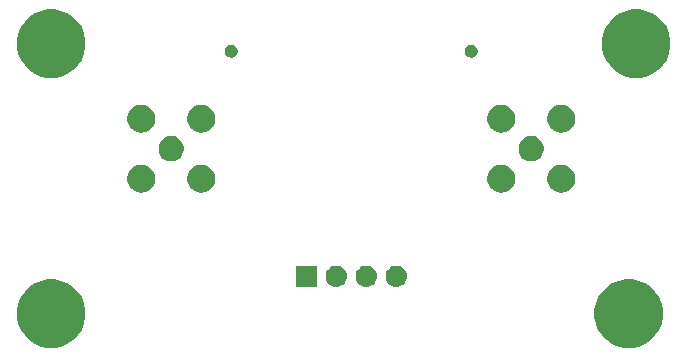
<source format=gbr>
G04 #@! TF.GenerationSoftware,KiCad,Pcbnew,(5.1.2)-2*
G04 #@! TF.CreationDate,2019-07-06T09:41:49+08:00*
G04 #@! TF.ProjectId,HMC346AMS8GE,484d4333-3436-4414-9d53-3847452e6b69,rev?*
G04 #@! TF.SameCoordinates,Original*
G04 #@! TF.FileFunction,Soldermask,Bot*
G04 #@! TF.FilePolarity,Negative*
%FSLAX46Y46*%
G04 Gerber Fmt 4.6, Leading zero omitted, Abs format (unit mm)*
G04 Created by KiCad (PCBNEW (5.1.2)-2) date 2019-07-06 09:41:49*
%MOMM*%
%LPD*%
G04 APERTURE LIST*
%ADD10C,0.100000*%
G04 APERTURE END LIST*
D10*
G36*
X156421189Y-129925483D02*
G01*
X156949137Y-130144166D01*
X156949139Y-130144167D01*
X157424280Y-130461646D01*
X157828354Y-130865720D01*
X158145833Y-131340861D01*
X158145834Y-131340863D01*
X158364517Y-131868811D01*
X158476000Y-132429275D01*
X158476000Y-133000725D01*
X158364517Y-133561189D01*
X158364516Y-133561191D01*
X158145833Y-134089139D01*
X157828354Y-134564280D01*
X157424280Y-134968354D01*
X156949139Y-135285833D01*
X156949138Y-135285834D01*
X156949137Y-135285834D01*
X156421189Y-135504517D01*
X155860725Y-135616000D01*
X155289275Y-135616000D01*
X154728811Y-135504517D01*
X154200863Y-135285834D01*
X154200862Y-135285834D01*
X154200861Y-135285833D01*
X153725720Y-134968354D01*
X153321646Y-134564280D01*
X153004167Y-134089139D01*
X152785484Y-133561191D01*
X152785483Y-133561189D01*
X152674000Y-133000725D01*
X152674000Y-132429275D01*
X152785483Y-131868811D01*
X153004166Y-131340863D01*
X153004167Y-131340861D01*
X153321646Y-130865720D01*
X153725720Y-130461646D01*
X154200861Y-130144167D01*
X154200863Y-130144166D01*
X154728811Y-129925483D01*
X155289275Y-129814000D01*
X155860725Y-129814000D01*
X156421189Y-129925483D01*
X156421189Y-129925483D01*
G37*
G36*
X107526189Y-129925483D02*
G01*
X108054137Y-130144166D01*
X108054139Y-130144167D01*
X108529280Y-130461646D01*
X108933354Y-130865720D01*
X109250833Y-131340861D01*
X109250834Y-131340863D01*
X109469517Y-131868811D01*
X109581000Y-132429275D01*
X109581000Y-133000725D01*
X109469517Y-133561189D01*
X109469516Y-133561191D01*
X109250833Y-134089139D01*
X108933354Y-134564280D01*
X108529280Y-134968354D01*
X108054139Y-135285833D01*
X108054138Y-135285834D01*
X108054137Y-135285834D01*
X107526189Y-135504517D01*
X106965725Y-135616000D01*
X106394275Y-135616000D01*
X105833811Y-135504517D01*
X105305863Y-135285834D01*
X105305862Y-135285834D01*
X105305861Y-135285833D01*
X104830720Y-134968354D01*
X104426646Y-134564280D01*
X104109167Y-134089139D01*
X103890484Y-133561191D01*
X103890483Y-133561189D01*
X103779000Y-133000725D01*
X103779000Y-132429275D01*
X103890483Y-131868811D01*
X104109166Y-131340863D01*
X104109167Y-131340861D01*
X104426646Y-130865720D01*
X104830720Y-130461646D01*
X105305861Y-130144167D01*
X105305863Y-130144166D01*
X105833811Y-129925483D01*
X106394275Y-129814000D01*
X106965725Y-129814000D01*
X107526189Y-129925483D01*
X107526189Y-129925483D01*
G37*
G36*
X136000443Y-128645519D02*
G01*
X136066627Y-128652037D01*
X136236466Y-128703557D01*
X136392991Y-128787222D01*
X136428729Y-128816552D01*
X136530186Y-128899814D01*
X136613448Y-129001271D01*
X136642778Y-129037009D01*
X136726443Y-129193534D01*
X136777963Y-129363373D01*
X136795359Y-129540000D01*
X136777963Y-129716627D01*
X136726443Y-129886466D01*
X136642778Y-130042991D01*
X136613448Y-130078729D01*
X136530186Y-130180186D01*
X136428729Y-130263448D01*
X136392991Y-130292778D01*
X136236466Y-130376443D01*
X136066627Y-130427963D01*
X136000443Y-130434481D01*
X135934260Y-130441000D01*
X135845740Y-130441000D01*
X135779557Y-130434481D01*
X135713373Y-130427963D01*
X135543534Y-130376443D01*
X135387009Y-130292778D01*
X135351271Y-130263448D01*
X135249814Y-130180186D01*
X135166552Y-130078729D01*
X135137222Y-130042991D01*
X135053557Y-129886466D01*
X135002037Y-129716627D01*
X134984641Y-129540000D01*
X135002037Y-129363373D01*
X135053557Y-129193534D01*
X135137222Y-129037009D01*
X135166552Y-129001271D01*
X135249814Y-128899814D01*
X135351271Y-128816552D01*
X135387009Y-128787222D01*
X135543534Y-128703557D01*
X135713373Y-128652037D01*
X135779557Y-128645519D01*
X135845740Y-128639000D01*
X135934260Y-128639000D01*
X136000443Y-128645519D01*
X136000443Y-128645519D01*
G37*
G36*
X133460443Y-128645519D02*
G01*
X133526627Y-128652037D01*
X133696466Y-128703557D01*
X133852991Y-128787222D01*
X133888729Y-128816552D01*
X133990186Y-128899814D01*
X134073448Y-129001271D01*
X134102778Y-129037009D01*
X134186443Y-129193534D01*
X134237963Y-129363373D01*
X134255359Y-129540000D01*
X134237963Y-129716627D01*
X134186443Y-129886466D01*
X134102778Y-130042991D01*
X134073448Y-130078729D01*
X133990186Y-130180186D01*
X133888729Y-130263448D01*
X133852991Y-130292778D01*
X133696466Y-130376443D01*
X133526627Y-130427963D01*
X133460443Y-130434481D01*
X133394260Y-130441000D01*
X133305740Y-130441000D01*
X133239557Y-130434481D01*
X133173373Y-130427963D01*
X133003534Y-130376443D01*
X132847009Y-130292778D01*
X132811271Y-130263448D01*
X132709814Y-130180186D01*
X132626552Y-130078729D01*
X132597222Y-130042991D01*
X132513557Y-129886466D01*
X132462037Y-129716627D01*
X132444641Y-129540000D01*
X132462037Y-129363373D01*
X132513557Y-129193534D01*
X132597222Y-129037009D01*
X132626552Y-129001271D01*
X132709814Y-128899814D01*
X132811271Y-128816552D01*
X132847009Y-128787222D01*
X133003534Y-128703557D01*
X133173373Y-128652037D01*
X133239557Y-128645519D01*
X133305740Y-128639000D01*
X133394260Y-128639000D01*
X133460443Y-128645519D01*
X133460443Y-128645519D01*
G37*
G36*
X130920443Y-128645519D02*
G01*
X130986627Y-128652037D01*
X131156466Y-128703557D01*
X131312991Y-128787222D01*
X131348729Y-128816552D01*
X131450186Y-128899814D01*
X131533448Y-129001271D01*
X131562778Y-129037009D01*
X131646443Y-129193534D01*
X131697963Y-129363373D01*
X131715359Y-129540000D01*
X131697963Y-129716627D01*
X131646443Y-129886466D01*
X131562778Y-130042991D01*
X131533448Y-130078729D01*
X131450186Y-130180186D01*
X131348729Y-130263448D01*
X131312991Y-130292778D01*
X131156466Y-130376443D01*
X130986627Y-130427963D01*
X130920443Y-130434481D01*
X130854260Y-130441000D01*
X130765740Y-130441000D01*
X130699557Y-130434481D01*
X130633373Y-130427963D01*
X130463534Y-130376443D01*
X130307009Y-130292778D01*
X130271271Y-130263448D01*
X130169814Y-130180186D01*
X130086552Y-130078729D01*
X130057222Y-130042991D01*
X129973557Y-129886466D01*
X129922037Y-129716627D01*
X129904641Y-129540000D01*
X129922037Y-129363373D01*
X129973557Y-129193534D01*
X130057222Y-129037009D01*
X130086552Y-129001271D01*
X130169814Y-128899814D01*
X130271271Y-128816552D01*
X130307009Y-128787222D01*
X130463534Y-128703557D01*
X130633373Y-128652037D01*
X130699557Y-128645519D01*
X130765740Y-128639000D01*
X130854260Y-128639000D01*
X130920443Y-128645519D01*
X130920443Y-128645519D01*
G37*
G36*
X129171000Y-130441000D02*
G01*
X127369000Y-130441000D01*
X127369000Y-128639000D01*
X129171000Y-128639000D01*
X129171000Y-130441000D01*
X129171000Y-130441000D01*
G37*
G36*
X119571560Y-120124064D02*
G01*
X119723027Y-120154193D01*
X119937045Y-120242842D01*
X119937046Y-120242843D01*
X120129654Y-120371539D01*
X120293461Y-120535346D01*
X120379258Y-120663751D01*
X120422158Y-120727955D01*
X120510807Y-120941973D01*
X120556000Y-121169174D01*
X120556000Y-121400826D01*
X120510807Y-121628027D01*
X120422158Y-121842045D01*
X120422157Y-121842046D01*
X120293461Y-122034654D01*
X120129654Y-122198461D01*
X120001249Y-122284258D01*
X119937045Y-122327158D01*
X119723027Y-122415807D01*
X119571560Y-122445936D01*
X119495827Y-122461000D01*
X119264173Y-122461000D01*
X119188440Y-122445936D01*
X119036973Y-122415807D01*
X118822955Y-122327158D01*
X118758751Y-122284258D01*
X118630346Y-122198461D01*
X118466539Y-122034654D01*
X118337843Y-121842046D01*
X118337842Y-121842045D01*
X118249193Y-121628027D01*
X118204000Y-121400826D01*
X118204000Y-121169174D01*
X118249193Y-120941973D01*
X118337842Y-120727955D01*
X118380742Y-120663751D01*
X118466539Y-120535346D01*
X118630346Y-120371539D01*
X118822954Y-120242843D01*
X118822955Y-120242842D01*
X119036973Y-120154193D01*
X119188440Y-120124064D01*
X119264173Y-120109000D01*
X119495827Y-120109000D01*
X119571560Y-120124064D01*
X119571560Y-120124064D01*
G37*
G36*
X114491560Y-120124064D02*
G01*
X114643027Y-120154193D01*
X114857045Y-120242842D01*
X114857046Y-120242843D01*
X115049654Y-120371539D01*
X115213461Y-120535346D01*
X115299258Y-120663751D01*
X115342158Y-120727955D01*
X115430807Y-120941973D01*
X115476000Y-121169174D01*
X115476000Y-121400826D01*
X115430807Y-121628027D01*
X115342158Y-121842045D01*
X115342157Y-121842046D01*
X115213461Y-122034654D01*
X115049654Y-122198461D01*
X114921249Y-122284258D01*
X114857045Y-122327158D01*
X114643027Y-122415807D01*
X114491560Y-122445936D01*
X114415827Y-122461000D01*
X114184173Y-122461000D01*
X114108440Y-122445936D01*
X113956973Y-122415807D01*
X113742955Y-122327158D01*
X113678751Y-122284258D01*
X113550346Y-122198461D01*
X113386539Y-122034654D01*
X113257843Y-121842046D01*
X113257842Y-121842045D01*
X113169193Y-121628027D01*
X113124000Y-121400826D01*
X113124000Y-121169174D01*
X113169193Y-120941973D01*
X113257842Y-120727955D01*
X113300742Y-120663751D01*
X113386539Y-120535346D01*
X113550346Y-120371539D01*
X113742954Y-120242843D01*
X113742955Y-120242842D01*
X113956973Y-120154193D01*
X114108440Y-120124064D01*
X114184173Y-120109000D01*
X114415827Y-120109000D01*
X114491560Y-120124064D01*
X114491560Y-120124064D01*
G37*
G36*
X144971560Y-120124064D02*
G01*
X145123027Y-120154193D01*
X145337045Y-120242842D01*
X145337046Y-120242843D01*
X145529654Y-120371539D01*
X145693461Y-120535346D01*
X145779258Y-120663751D01*
X145822158Y-120727955D01*
X145910807Y-120941973D01*
X145956000Y-121169174D01*
X145956000Y-121400826D01*
X145910807Y-121628027D01*
X145822158Y-121842045D01*
X145822157Y-121842046D01*
X145693461Y-122034654D01*
X145529654Y-122198461D01*
X145401249Y-122284258D01*
X145337045Y-122327158D01*
X145123027Y-122415807D01*
X144971560Y-122445936D01*
X144895827Y-122461000D01*
X144664173Y-122461000D01*
X144588440Y-122445936D01*
X144436973Y-122415807D01*
X144222955Y-122327158D01*
X144158751Y-122284258D01*
X144030346Y-122198461D01*
X143866539Y-122034654D01*
X143737843Y-121842046D01*
X143737842Y-121842045D01*
X143649193Y-121628027D01*
X143604000Y-121400826D01*
X143604000Y-121169174D01*
X143649193Y-120941973D01*
X143737842Y-120727955D01*
X143780742Y-120663751D01*
X143866539Y-120535346D01*
X144030346Y-120371539D01*
X144222954Y-120242843D01*
X144222955Y-120242842D01*
X144436973Y-120154193D01*
X144588440Y-120124064D01*
X144664173Y-120109000D01*
X144895827Y-120109000D01*
X144971560Y-120124064D01*
X144971560Y-120124064D01*
G37*
G36*
X150051560Y-120124064D02*
G01*
X150203027Y-120154193D01*
X150417045Y-120242842D01*
X150417046Y-120242843D01*
X150609654Y-120371539D01*
X150773461Y-120535346D01*
X150859258Y-120663751D01*
X150902158Y-120727955D01*
X150990807Y-120941973D01*
X151036000Y-121169174D01*
X151036000Y-121400826D01*
X150990807Y-121628027D01*
X150902158Y-121842045D01*
X150902157Y-121842046D01*
X150773461Y-122034654D01*
X150609654Y-122198461D01*
X150481249Y-122284258D01*
X150417045Y-122327158D01*
X150203027Y-122415807D01*
X150051560Y-122445936D01*
X149975827Y-122461000D01*
X149744173Y-122461000D01*
X149668440Y-122445936D01*
X149516973Y-122415807D01*
X149302955Y-122327158D01*
X149238751Y-122284258D01*
X149110346Y-122198461D01*
X148946539Y-122034654D01*
X148817843Y-121842046D01*
X148817842Y-121842045D01*
X148729193Y-121628027D01*
X148684000Y-121400826D01*
X148684000Y-121169174D01*
X148729193Y-120941973D01*
X148817842Y-120727955D01*
X148860742Y-120663751D01*
X148946539Y-120535346D01*
X149110346Y-120371539D01*
X149302954Y-120242843D01*
X149302955Y-120242842D01*
X149516973Y-120154193D01*
X149668440Y-120124064D01*
X149744173Y-120109000D01*
X149975827Y-120109000D01*
X150051560Y-120124064D01*
X150051560Y-120124064D01*
G37*
G36*
X147495271Y-117682783D02*
G01*
X147633858Y-117710350D01*
X147829677Y-117791461D01*
X148005910Y-117909216D01*
X148155784Y-118059090D01*
X148273539Y-118235323D01*
X148354650Y-118431142D01*
X148396000Y-118639023D01*
X148396000Y-118850977D01*
X148354650Y-119058858D01*
X148273539Y-119254677D01*
X148155784Y-119430910D01*
X148005910Y-119580784D01*
X147829677Y-119698539D01*
X147633858Y-119779650D01*
X147495271Y-119807217D01*
X147425978Y-119821000D01*
X147214022Y-119821000D01*
X147144729Y-119807217D01*
X147006142Y-119779650D01*
X146810323Y-119698539D01*
X146634090Y-119580784D01*
X146484216Y-119430910D01*
X146366461Y-119254677D01*
X146285350Y-119058858D01*
X146244000Y-118850977D01*
X146244000Y-118639023D01*
X146285350Y-118431142D01*
X146366461Y-118235323D01*
X146484216Y-118059090D01*
X146634090Y-117909216D01*
X146810323Y-117791461D01*
X147006142Y-117710350D01*
X147144729Y-117682783D01*
X147214022Y-117669000D01*
X147425978Y-117669000D01*
X147495271Y-117682783D01*
X147495271Y-117682783D01*
G37*
G36*
X117015271Y-117682783D02*
G01*
X117153858Y-117710350D01*
X117349677Y-117791461D01*
X117525910Y-117909216D01*
X117675784Y-118059090D01*
X117793539Y-118235323D01*
X117874650Y-118431142D01*
X117916000Y-118639023D01*
X117916000Y-118850977D01*
X117874650Y-119058858D01*
X117793539Y-119254677D01*
X117675784Y-119430910D01*
X117525910Y-119580784D01*
X117349677Y-119698539D01*
X117153858Y-119779650D01*
X117015271Y-119807217D01*
X116945978Y-119821000D01*
X116734022Y-119821000D01*
X116664729Y-119807217D01*
X116526142Y-119779650D01*
X116330323Y-119698539D01*
X116154090Y-119580784D01*
X116004216Y-119430910D01*
X115886461Y-119254677D01*
X115805350Y-119058858D01*
X115764000Y-118850977D01*
X115764000Y-118639023D01*
X115805350Y-118431142D01*
X115886461Y-118235323D01*
X116004216Y-118059090D01*
X116154090Y-117909216D01*
X116330323Y-117791461D01*
X116526142Y-117710350D01*
X116664729Y-117682783D01*
X116734022Y-117669000D01*
X116945978Y-117669000D01*
X117015271Y-117682783D01*
X117015271Y-117682783D01*
G37*
G36*
X150051560Y-115044064D02*
G01*
X150203027Y-115074193D01*
X150417045Y-115162842D01*
X150417046Y-115162843D01*
X150609654Y-115291539D01*
X150773461Y-115455346D01*
X150859258Y-115583751D01*
X150902158Y-115647955D01*
X150990807Y-115861973D01*
X151036000Y-116089174D01*
X151036000Y-116320826D01*
X150990807Y-116548027D01*
X150902158Y-116762045D01*
X150902157Y-116762046D01*
X150773461Y-116954654D01*
X150609654Y-117118461D01*
X150481249Y-117204258D01*
X150417045Y-117247158D01*
X150203027Y-117335807D01*
X150051560Y-117365936D01*
X149975827Y-117381000D01*
X149744173Y-117381000D01*
X149668440Y-117365936D01*
X149516973Y-117335807D01*
X149302955Y-117247158D01*
X149238751Y-117204258D01*
X149110346Y-117118461D01*
X148946539Y-116954654D01*
X148817843Y-116762046D01*
X148817842Y-116762045D01*
X148729193Y-116548027D01*
X148684000Y-116320826D01*
X148684000Y-116089174D01*
X148729193Y-115861973D01*
X148817842Y-115647955D01*
X148860742Y-115583751D01*
X148946539Y-115455346D01*
X149110346Y-115291539D01*
X149302954Y-115162843D01*
X149302955Y-115162842D01*
X149516973Y-115074193D01*
X149668440Y-115044064D01*
X149744173Y-115029000D01*
X149975827Y-115029000D01*
X150051560Y-115044064D01*
X150051560Y-115044064D01*
G37*
G36*
X119571560Y-115044064D02*
G01*
X119723027Y-115074193D01*
X119937045Y-115162842D01*
X119937046Y-115162843D01*
X120129654Y-115291539D01*
X120293461Y-115455346D01*
X120379258Y-115583751D01*
X120422158Y-115647955D01*
X120510807Y-115861973D01*
X120556000Y-116089174D01*
X120556000Y-116320826D01*
X120510807Y-116548027D01*
X120422158Y-116762045D01*
X120422157Y-116762046D01*
X120293461Y-116954654D01*
X120129654Y-117118461D01*
X120001249Y-117204258D01*
X119937045Y-117247158D01*
X119723027Y-117335807D01*
X119571560Y-117365936D01*
X119495827Y-117381000D01*
X119264173Y-117381000D01*
X119188440Y-117365936D01*
X119036973Y-117335807D01*
X118822955Y-117247158D01*
X118758751Y-117204258D01*
X118630346Y-117118461D01*
X118466539Y-116954654D01*
X118337843Y-116762046D01*
X118337842Y-116762045D01*
X118249193Y-116548027D01*
X118204000Y-116320826D01*
X118204000Y-116089174D01*
X118249193Y-115861973D01*
X118337842Y-115647955D01*
X118380742Y-115583751D01*
X118466539Y-115455346D01*
X118630346Y-115291539D01*
X118822954Y-115162843D01*
X118822955Y-115162842D01*
X119036973Y-115074193D01*
X119188440Y-115044064D01*
X119264173Y-115029000D01*
X119495827Y-115029000D01*
X119571560Y-115044064D01*
X119571560Y-115044064D01*
G37*
G36*
X114491560Y-115044064D02*
G01*
X114643027Y-115074193D01*
X114857045Y-115162842D01*
X114857046Y-115162843D01*
X115049654Y-115291539D01*
X115213461Y-115455346D01*
X115299258Y-115583751D01*
X115342158Y-115647955D01*
X115430807Y-115861973D01*
X115476000Y-116089174D01*
X115476000Y-116320826D01*
X115430807Y-116548027D01*
X115342158Y-116762045D01*
X115342157Y-116762046D01*
X115213461Y-116954654D01*
X115049654Y-117118461D01*
X114921249Y-117204258D01*
X114857045Y-117247158D01*
X114643027Y-117335807D01*
X114491560Y-117365936D01*
X114415827Y-117381000D01*
X114184173Y-117381000D01*
X114108440Y-117365936D01*
X113956973Y-117335807D01*
X113742955Y-117247158D01*
X113678751Y-117204258D01*
X113550346Y-117118461D01*
X113386539Y-116954654D01*
X113257843Y-116762046D01*
X113257842Y-116762045D01*
X113169193Y-116548027D01*
X113124000Y-116320826D01*
X113124000Y-116089174D01*
X113169193Y-115861973D01*
X113257842Y-115647955D01*
X113300742Y-115583751D01*
X113386539Y-115455346D01*
X113550346Y-115291539D01*
X113742954Y-115162843D01*
X113742955Y-115162842D01*
X113956973Y-115074193D01*
X114108440Y-115044064D01*
X114184173Y-115029000D01*
X114415827Y-115029000D01*
X114491560Y-115044064D01*
X114491560Y-115044064D01*
G37*
G36*
X144971560Y-115044064D02*
G01*
X145123027Y-115074193D01*
X145337045Y-115162842D01*
X145337046Y-115162843D01*
X145529654Y-115291539D01*
X145693461Y-115455346D01*
X145779258Y-115583751D01*
X145822158Y-115647955D01*
X145910807Y-115861973D01*
X145956000Y-116089174D01*
X145956000Y-116320826D01*
X145910807Y-116548027D01*
X145822158Y-116762045D01*
X145822157Y-116762046D01*
X145693461Y-116954654D01*
X145529654Y-117118461D01*
X145401249Y-117204258D01*
X145337045Y-117247158D01*
X145123027Y-117335807D01*
X144971560Y-117365936D01*
X144895827Y-117381000D01*
X144664173Y-117381000D01*
X144588440Y-117365936D01*
X144436973Y-117335807D01*
X144222955Y-117247158D01*
X144158751Y-117204258D01*
X144030346Y-117118461D01*
X143866539Y-116954654D01*
X143737843Y-116762046D01*
X143737842Y-116762045D01*
X143649193Y-116548027D01*
X143604000Y-116320826D01*
X143604000Y-116089174D01*
X143649193Y-115861973D01*
X143737842Y-115647955D01*
X143780742Y-115583751D01*
X143866539Y-115455346D01*
X144030346Y-115291539D01*
X144222954Y-115162843D01*
X144222955Y-115162842D01*
X144436973Y-115074193D01*
X144588440Y-115044064D01*
X144664173Y-115029000D01*
X144895827Y-115029000D01*
X144971560Y-115044064D01*
X144971560Y-115044064D01*
G37*
G36*
X157056189Y-107065483D02*
G01*
X157056192Y-107065484D01*
X157056191Y-107065484D01*
X157584139Y-107284167D01*
X158059280Y-107601646D01*
X158463354Y-108005720D01*
X158780833Y-108480861D01*
X158780834Y-108480863D01*
X158999517Y-109008811D01*
X159111000Y-109569275D01*
X159111000Y-110140725D01*
X158999517Y-110701189D01*
X158999516Y-110701191D01*
X158780833Y-111229139D01*
X158463354Y-111704280D01*
X158059280Y-112108354D01*
X157584139Y-112425833D01*
X157584138Y-112425834D01*
X157584137Y-112425834D01*
X157056189Y-112644517D01*
X156495725Y-112756000D01*
X155924275Y-112756000D01*
X155363811Y-112644517D01*
X154835863Y-112425834D01*
X154835862Y-112425834D01*
X154835861Y-112425833D01*
X154360720Y-112108354D01*
X153956646Y-111704280D01*
X153639167Y-111229139D01*
X153420484Y-110701191D01*
X153420483Y-110701189D01*
X153309000Y-110140725D01*
X153309000Y-109569275D01*
X153420483Y-109008811D01*
X153639166Y-108480863D01*
X153639167Y-108480861D01*
X153956646Y-108005720D01*
X154360720Y-107601646D01*
X154835861Y-107284167D01*
X155363809Y-107065484D01*
X155363808Y-107065484D01*
X155363811Y-107065483D01*
X155924275Y-106954000D01*
X156495725Y-106954000D01*
X157056189Y-107065483D01*
X157056189Y-107065483D01*
G37*
G36*
X107526189Y-107065483D02*
G01*
X107526192Y-107065484D01*
X107526191Y-107065484D01*
X108054139Y-107284167D01*
X108529280Y-107601646D01*
X108933354Y-108005720D01*
X109250833Y-108480861D01*
X109250834Y-108480863D01*
X109469517Y-109008811D01*
X109581000Y-109569275D01*
X109581000Y-110140725D01*
X109469517Y-110701189D01*
X109469516Y-110701191D01*
X109250833Y-111229139D01*
X108933354Y-111704280D01*
X108529280Y-112108354D01*
X108054139Y-112425833D01*
X108054138Y-112425834D01*
X108054137Y-112425834D01*
X107526189Y-112644517D01*
X106965725Y-112756000D01*
X106394275Y-112756000D01*
X105833811Y-112644517D01*
X105305863Y-112425834D01*
X105305862Y-112425834D01*
X105305861Y-112425833D01*
X104830720Y-112108354D01*
X104426646Y-111704280D01*
X104109167Y-111229139D01*
X103890484Y-110701191D01*
X103890483Y-110701189D01*
X103779000Y-110140725D01*
X103779000Y-109569275D01*
X103890483Y-109008811D01*
X104109166Y-108480863D01*
X104109167Y-108480861D01*
X104426646Y-108005720D01*
X104830720Y-107601646D01*
X105305861Y-107284167D01*
X105833809Y-107065484D01*
X105833808Y-107065484D01*
X105833811Y-107065483D01*
X106394275Y-106954000D01*
X106965725Y-106954000D01*
X107526189Y-107065483D01*
X107526189Y-107065483D01*
G37*
G36*
X142400721Y-109960174D02*
G01*
X142500995Y-110001709D01*
X142500996Y-110001710D01*
X142591242Y-110062010D01*
X142667990Y-110138758D01*
X142669304Y-110140725D01*
X142728291Y-110229005D01*
X142769826Y-110329279D01*
X142791000Y-110435730D01*
X142791000Y-110544270D01*
X142769826Y-110650721D01*
X142728291Y-110750995D01*
X142728290Y-110750996D01*
X142667990Y-110841242D01*
X142591242Y-110917990D01*
X142545812Y-110948345D01*
X142500995Y-110978291D01*
X142400721Y-111019826D01*
X142294270Y-111041000D01*
X142185730Y-111041000D01*
X142079279Y-111019826D01*
X141979005Y-110978291D01*
X141934188Y-110948345D01*
X141888758Y-110917990D01*
X141812010Y-110841242D01*
X141751710Y-110750996D01*
X141751709Y-110750995D01*
X141710174Y-110650721D01*
X141689000Y-110544270D01*
X141689000Y-110435730D01*
X141710174Y-110329279D01*
X141751709Y-110229005D01*
X141810696Y-110140725D01*
X141812010Y-110138758D01*
X141888758Y-110062010D01*
X141979004Y-110001710D01*
X141979005Y-110001709D01*
X142079279Y-109960174D01*
X142185730Y-109939000D01*
X142294270Y-109939000D01*
X142400721Y-109960174D01*
X142400721Y-109960174D01*
G37*
G36*
X122080721Y-109960174D02*
G01*
X122180995Y-110001709D01*
X122180996Y-110001710D01*
X122271242Y-110062010D01*
X122347990Y-110138758D01*
X122349304Y-110140725D01*
X122408291Y-110229005D01*
X122449826Y-110329279D01*
X122471000Y-110435730D01*
X122471000Y-110544270D01*
X122449826Y-110650721D01*
X122408291Y-110750995D01*
X122408290Y-110750996D01*
X122347990Y-110841242D01*
X122271242Y-110917990D01*
X122225812Y-110948345D01*
X122180995Y-110978291D01*
X122080721Y-111019826D01*
X121974270Y-111041000D01*
X121865730Y-111041000D01*
X121759279Y-111019826D01*
X121659005Y-110978291D01*
X121614188Y-110948345D01*
X121568758Y-110917990D01*
X121492010Y-110841242D01*
X121431710Y-110750996D01*
X121431709Y-110750995D01*
X121390174Y-110650721D01*
X121369000Y-110544270D01*
X121369000Y-110435730D01*
X121390174Y-110329279D01*
X121431709Y-110229005D01*
X121490696Y-110140725D01*
X121492010Y-110138758D01*
X121568758Y-110062010D01*
X121659004Y-110001710D01*
X121659005Y-110001709D01*
X121759279Y-109960174D01*
X121865730Y-109939000D01*
X121974270Y-109939000D01*
X122080721Y-109960174D01*
X122080721Y-109960174D01*
G37*
M02*

</source>
